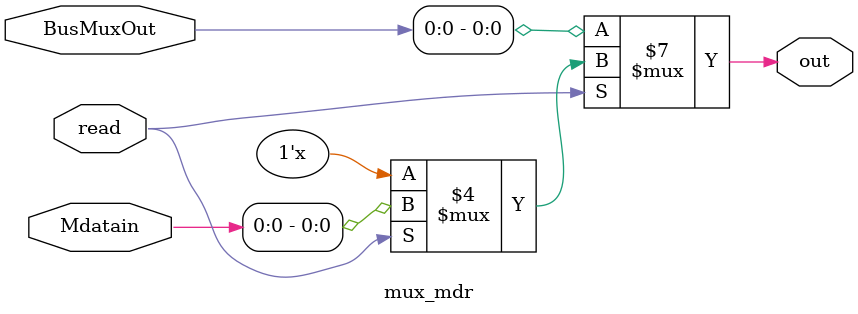
<source format=v>

module mux_mdr(
	input wire [31:0] BusMuxOut,
	input wire [31:0] Mdatain,
	input wire read,
	output reg out
);

	always @ (*) begin 
	
		if (read == 0)
		
			out[31:0] <= BusMuxOut[31:0];
		
		else if (read == 1)
		
			out[31:0] <= Mdatain[31:0];
			
	end 
	
endmodule 

</source>
